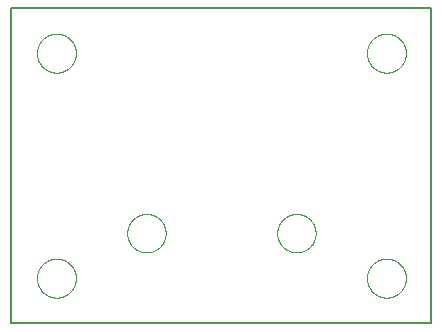
<source format=gbp>
G75*
%MOIN*%
%OFA0B0*%
%FSLAX25Y25*%
%IPPOS*%
%LPD*%
%AMOC8*
5,1,8,0,0,1.08239X$1,22.5*
%
%ADD10C,0.00600*%
%ADD11C,0.00000*%
D10*
X0001300Y0001300D02*
X0001300Y0106300D01*
X0141300Y0106300D01*
X0141300Y0001300D01*
X0001300Y0001300D01*
D11*
X0009800Y0016300D02*
X0009802Y0016461D01*
X0009808Y0016621D01*
X0009818Y0016782D01*
X0009832Y0016942D01*
X0009850Y0017102D01*
X0009871Y0017261D01*
X0009897Y0017420D01*
X0009927Y0017578D01*
X0009960Y0017735D01*
X0009998Y0017892D01*
X0010039Y0018047D01*
X0010084Y0018201D01*
X0010133Y0018354D01*
X0010186Y0018506D01*
X0010242Y0018657D01*
X0010303Y0018806D01*
X0010366Y0018954D01*
X0010434Y0019100D01*
X0010505Y0019244D01*
X0010579Y0019386D01*
X0010657Y0019527D01*
X0010739Y0019665D01*
X0010824Y0019802D01*
X0010912Y0019936D01*
X0011004Y0020068D01*
X0011099Y0020198D01*
X0011197Y0020326D01*
X0011298Y0020451D01*
X0011402Y0020573D01*
X0011509Y0020693D01*
X0011619Y0020810D01*
X0011732Y0020925D01*
X0011848Y0021036D01*
X0011967Y0021145D01*
X0012088Y0021250D01*
X0012212Y0021353D01*
X0012338Y0021453D01*
X0012466Y0021549D01*
X0012597Y0021642D01*
X0012731Y0021732D01*
X0012866Y0021819D01*
X0013004Y0021902D01*
X0013143Y0021982D01*
X0013285Y0022058D01*
X0013428Y0022131D01*
X0013573Y0022200D01*
X0013720Y0022266D01*
X0013868Y0022328D01*
X0014018Y0022386D01*
X0014169Y0022441D01*
X0014322Y0022492D01*
X0014476Y0022539D01*
X0014631Y0022582D01*
X0014787Y0022621D01*
X0014943Y0022657D01*
X0015101Y0022688D01*
X0015259Y0022716D01*
X0015418Y0022740D01*
X0015578Y0022760D01*
X0015738Y0022776D01*
X0015898Y0022788D01*
X0016059Y0022796D01*
X0016220Y0022800D01*
X0016380Y0022800D01*
X0016541Y0022796D01*
X0016702Y0022788D01*
X0016862Y0022776D01*
X0017022Y0022760D01*
X0017182Y0022740D01*
X0017341Y0022716D01*
X0017499Y0022688D01*
X0017657Y0022657D01*
X0017813Y0022621D01*
X0017969Y0022582D01*
X0018124Y0022539D01*
X0018278Y0022492D01*
X0018431Y0022441D01*
X0018582Y0022386D01*
X0018732Y0022328D01*
X0018880Y0022266D01*
X0019027Y0022200D01*
X0019172Y0022131D01*
X0019315Y0022058D01*
X0019457Y0021982D01*
X0019596Y0021902D01*
X0019734Y0021819D01*
X0019869Y0021732D01*
X0020003Y0021642D01*
X0020134Y0021549D01*
X0020262Y0021453D01*
X0020388Y0021353D01*
X0020512Y0021250D01*
X0020633Y0021145D01*
X0020752Y0021036D01*
X0020868Y0020925D01*
X0020981Y0020810D01*
X0021091Y0020693D01*
X0021198Y0020573D01*
X0021302Y0020451D01*
X0021403Y0020326D01*
X0021501Y0020198D01*
X0021596Y0020068D01*
X0021688Y0019936D01*
X0021776Y0019802D01*
X0021861Y0019665D01*
X0021943Y0019527D01*
X0022021Y0019386D01*
X0022095Y0019244D01*
X0022166Y0019100D01*
X0022234Y0018954D01*
X0022297Y0018806D01*
X0022358Y0018657D01*
X0022414Y0018506D01*
X0022467Y0018354D01*
X0022516Y0018201D01*
X0022561Y0018047D01*
X0022602Y0017892D01*
X0022640Y0017735D01*
X0022673Y0017578D01*
X0022703Y0017420D01*
X0022729Y0017261D01*
X0022750Y0017102D01*
X0022768Y0016942D01*
X0022782Y0016782D01*
X0022792Y0016621D01*
X0022798Y0016461D01*
X0022800Y0016300D01*
X0022798Y0016139D01*
X0022792Y0015979D01*
X0022782Y0015818D01*
X0022768Y0015658D01*
X0022750Y0015498D01*
X0022729Y0015339D01*
X0022703Y0015180D01*
X0022673Y0015022D01*
X0022640Y0014865D01*
X0022602Y0014708D01*
X0022561Y0014553D01*
X0022516Y0014399D01*
X0022467Y0014246D01*
X0022414Y0014094D01*
X0022358Y0013943D01*
X0022297Y0013794D01*
X0022234Y0013646D01*
X0022166Y0013500D01*
X0022095Y0013356D01*
X0022021Y0013214D01*
X0021943Y0013073D01*
X0021861Y0012935D01*
X0021776Y0012798D01*
X0021688Y0012664D01*
X0021596Y0012532D01*
X0021501Y0012402D01*
X0021403Y0012274D01*
X0021302Y0012149D01*
X0021198Y0012027D01*
X0021091Y0011907D01*
X0020981Y0011790D01*
X0020868Y0011675D01*
X0020752Y0011564D01*
X0020633Y0011455D01*
X0020512Y0011350D01*
X0020388Y0011247D01*
X0020262Y0011147D01*
X0020134Y0011051D01*
X0020003Y0010958D01*
X0019869Y0010868D01*
X0019734Y0010781D01*
X0019596Y0010698D01*
X0019457Y0010618D01*
X0019315Y0010542D01*
X0019172Y0010469D01*
X0019027Y0010400D01*
X0018880Y0010334D01*
X0018732Y0010272D01*
X0018582Y0010214D01*
X0018431Y0010159D01*
X0018278Y0010108D01*
X0018124Y0010061D01*
X0017969Y0010018D01*
X0017813Y0009979D01*
X0017657Y0009943D01*
X0017499Y0009912D01*
X0017341Y0009884D01*
X0017182Y0009860D01*
X0017022Y0009840D01*
X0016862Y0009824D01*
X0016702Y0009812D01*
X0016541Y0009804D01*
X0016380Y0009800D01*
X0016220Y0009800D01*
X0016059Y0009804D01*
X0015898Y0009812D01*
X0015738Y0009824D01*
X0015578Y0009840D01*
X0015418Y0009860D01*
X0015259Y0009884D01*
X0015101Y0009912D01*
X0014943Y0009943D01*
X0014787Y0009979D01*
X0014631Y0010018D01*
X0014476Y0010061D01*
X0014322Y0010108D01*
X0014169Y0010159D01*
X0014018Y0010214D01*
X0013868Y0010272D01*
X0013720Y0010334D01*
X0013573Y0010400D01*
X0013428Y0010469D01*
X0013285Y0010542D01*
X0013143Y0010618D01*
X0013004Y0010698D01*
X0012866Y0010781D01*
X0012731Y0010868D01*
X0012597Y0010958D01*
X0012466Y0011051D01*
X0012338Y0011147D01*
X0012212Y0011247D01*
X0012088Y0011350D01*
X0011967Y0011455D01*
X0011848Y0011564D01*
X0011732Y0011675D01*
X0011619Y0011790D01*
X0011509Y0011907D01*
X0011402Y0012027D01*
X0011298Y0012149D01*
X0011197Y0012274D01*
X0011099Y0012402D01*
X0011004Y0012532D01*
X0010912Y0012664D01*
X0010824Y0012798D01*
X0010739Y0012935D01*
X0010657Y0013073D01*
X0010579Y0013214D01*
X0010505Y0013356D01*
X0010434Y0013500D01*
X0010366Y0013646D01*
X0010303Y0013794D01*
X0010242Y0013943D01*
X0010186Y0014094D01*
X0010133Y0014246D01*
X0010084Y0014399D01*
X0010039Y0014553D01*
X0009998Y0014708D01*
X0009960Y0014865D01*
X0009927Y0015022D01*
X0009897Y0015180D01*
X0009871Y0015339D01*
X0009850Y0015498D01*
X0009832Y0015658D01*
X0009818Y0015818D01*
X0009808Y0015979D01*
X0009802Y0016139D01*
X0009800Y0016300D01*
X0039902Y0031300D02*
X0039904Y0031460D01*
X0039910Y0031619D01*
X0039920Y0031778D01*
X0039934Y0031937D01*
X0039952Y0032096D01*
X0039973Y0032254D01*
X0039999Y0032411D01*
X0040029Y0032568D01*
X0040062Y0032724D01*
X0040100Y0032879D01*
X0040141Y0033033D01*
X0040186Y0033186D01*
X0040235Y0033338D01*
X0040288Y0033488D01*
X0040344Y0033637D01*
X0040404Y0033785D01*
X0040468Y0033931D01*
X0040536Y0034076D01*
X0040607Y0034219D01*
X0040681Y0034360D01*
X0040759Y0034499D01*
X0040841Y0034636D01*
X0040926Y0034771D01*
X0041014Y0034904D01*
X0041105Y0035035D01*
X0041200Y0035163D01*
X0041298Y0035289D01*
X0041399Y0035413D01*
X0041503Y0035533D01*
X0041610Y0035652D01*
X0041720Y0035767D01*
X0041833Y0035880D01*
X0041948Y0035990D01*
X0042067Y0036097D01*
X0042187Y0036201D01*
X0042311Y0036302D01*
X0042437Y0036400D01*
X0042565Y0036495D01*
X0042696Y0036586D01*
X0042829Y0036674D01*
X0042964Y0036759D01*
X0043101Y0036841D01*
X0043240Y0036919D01*
X0043381Y0036993D01*
X0043524Y0037064D01*
X0043669Y0037132D01*
X0043815Y0037196D01*
X0043963Y0037256D01*
X0044112Y0037312D01*
X0044262Y0037365D01*
X0044414Y0037414D01*
X0044567Y0037459D01*
X0044721Y0037500D01*
X0044876Y0037538D01*
X0045032Y0037571D01*
X0045189Y0037601D01*
X0045346Y0037627D01*
X0045504Y0037648D01*
X0045663Y0037666D01*
X0045822Y0037680D01*
X0045981Y0037690D01*
X0046140Y0037696D01*
X0046300Y0037698D01*
X0046460Y0037696D01*
X0046619Y0037690D01*
X0046778Y0037680D01*
X0046937Y0037666D01*
X0047096Y0037648D01*
X0047254Y0037627D01*
X0047411Y0037601D01*
X0047568Y0037571D01*
X0047724Y0037538D01*
X0047879Y0037500D01*
X0048033Y0037459D01*
X0048186Y0037414D01*
X0048338Y0037365D01*
X0048488Y0037312D01*
X0048637Y0037256D01*
X0048785Y0037196D01*
X0048931Y0037132D01*
X0049076Y0037064D01*
X0049219Y0036993D01*
X0049360Y0036919D01*
X0049499Y0036841D01*
X0049636Y0036759D01*
X0049771Y0036674D01*
X0049904Y0036586D01*
X0050035Y0036495D01*
X0050163Y0036400D01*
X0050289Y0036302D01*
X0050413Y0036201D01*
X0050533Y0036097D01*
X0050652Y0035990D01*
X0050767Y0035880D01*
X0050880Y0035767D01*
X0050990Y0035652D01*
X0051097Y0035533D01*
X0051201Y0035413D01*
X0051302Y0035289D01*
X0051400Y0035163D01*
X0051495Y0035035D01*
X0051586Y0034904D01*
X0051674Y0034771D01*
X0051759Y0034636D01*
X0051841Y0034499D01*
X0051919Y0034360D01*
X0051993Y0034219D01*
X0052064Y0034076D01*
X0052132Y0033931D01*
X0052196Y0033785D01*
X0052256Y0033637D01*
X0052312Y0033488D01*
X0052365Y0033338D01*
X0052414Y0033186D01*
X0052459Y0033033D01*
X0052500Y0032879D01*
X0052538Y0032724D01*
X0052571Y0032568D01*
X0052601Y0032411D01*
X0052627Y0032254D01*
X0052648Y0032096D01*
X0052666Y0031937D01*
X0052680Y0031778D01*
X0052690Y0031619D01*
X0052696Y0031460D01*
X0052698Y0031300D01*
X0052696Y0031140D01*
X0052690Y0030981D01*
X0052680Y0030822D01*
X0052666Y0030663D01*
X0052648Y0030504D01*
X0052627Y0030346D01*
X0052601Y0030189D01*
X0052571Y0030032D01*
X0052538Y0029876D01*
X0052500Y0029721D01*
X0052459Y0029567D01*
X0052414Y0029414D01*
X0052365Y0029262D01*
X0052312Y0029112D01*
X0052256Y0028963D01*
X0052196Y0028815D01*
X0052132Y0028669D01*
X0052064Y0028524D01*
X0051993Y0028381D01*
X0051919Y0028240D01*
X0051841Y0028101D01*
X0051759Y0027964D01*
X0051674Y0027829D01*
X0051586Y0027696D01*
X0051495Y0027565D01*
X0051400Y0027437D01*
X0051302Y0027311D01*
X0051201Y0027187D01*
X0051097Y0027067D01*
X0050990Y0026948D01*
X0050880Y0026833D01*
X0050767Y0026720D01*
X0050652Y0026610D01*
X0050533Y0026503D01*
X0050413Y0026399D01*
X0050289Y0026298D01*
X0050163Y0026200D01*
X0050035Y0026105D01*
X0049904Y0026014D01*
X0049771Y0025926D01*
X0049636Y0025841D01*
X0049499Y0025759D01*
X0049360Y0025681D01*
X0049219Y0025607D01*
X0049076Y0025536D01*
X0048931Y0025468D01*
X0048785Y0025404D01*
X0048637Y0025344D01*
X0048488Y0025288D01*
X0048338Y0025235D01*
X0048186Y0025186D01*
X0048033Y0025141D01*
X0047879Y0025100D01*
X0047724Y0025062D01*
X0047568Y0025029D01*
X0047411Y0024999D01*
X0047254Y0024973D01*
X0047096Y0024952D01*
X0046937Y0024934D01*
X0046778Y0024920D01*
X0046619Y0024910D01*
X0046460Y0024904D01*
X0046300Y0024902D01*
X0046140Y0024904D01*
X0045981Y0024910D01*
X0045822Y0024920D01*
X0045663Y0024934D01*
X0045504Y0024952D01*
X0045346Y0024973D01*
X0045189Y0024999D01*
X0045032Y0025029D01*
X0044876Y0025062D01*
X0044721Y0025100D01*
X0044567Y0025141D01*
X0044414Y0025186D01*
X0044262Y0025235D01*
X0044112Y0025288D01*
X0043963Y0025344D01*
X0043815Y0025404D01*
X0043669Y0025468D01*
X0043524Y0025536D01*
X0043381Y0025607D01*
X0043240Y0025681D01*
X0043101Y0025759D01*
X0042964Y0025841D01*
X0042829Y0025926D01*
X0042696Y0026014D01*
X0042565Y0026105D01*
X0042437Y0026200D01*
X0042311Y0026298D01*
X0042187Y0026399D01*
X0042067Y0026503D01*
X0041948Y0026610D01*
X0041833Y0026720D01*
X0041720Y0026833D01*
X0041610Y0026948D01*
X0041503Y0027067D01*
X0041399Y0027187D01*
X0041298Y0027311D01*
X0041200Y0027437D01*
X0041105Y0027565D01*
X0041014Y0027696D01*
X0040926Y0027829D01*
X0040841Y0027964D01*
X0040759Y0028101D01*
X0040681Y0028240D01*
X0040607Y0028381D01*
X0040536Y0028524D01*
X0040468Y0028669D01*
X0040404Y0028815D01*
X0040344Y0028963D01*
X0040288Y0029112D01*
X0040235Y0029262D01*
X0040186Y0029414D01*
X0040141Y0029567D01*
X0040100Y0029721D01*
X0040062Y0029876D01*
X0040029Y0030032D01*
X0039999Y0030189D01*
X0039973Y0030346D01*
X0039952Y0030504D01*
X0039934Y0030663D01*
X0039920Y0030822D01*
X0039910Y0030981D01*
X0039904Y0031140D01*
X0039902Y0031300D01*
X0089902Y0031300D02*
X0089904Y0031460D01*
X0089910Y0031619D01*
X0089920Y0031778D01*
X0089934Y0031937D01*
X0089952Y0032096D01*
X0089973Y0032254D01*
X0089999Y0032411D01*
X0090029Y0032568D01*
X0090062Y0032724D01*
X0090100Y0032879D01*
X0090141Y0033033D01*
X0090186Y0033186D01*
X0090235Y0033338D01*
X0090288Y0033488D01*
X0090344Y0033637D01*
X0090404Y0033785D01*
X0090468Y0033931D01*
X0090536Y0034076D01*
X0090607Y0034219D01*
X0090681Y0034360D01*
X0090759Y0034499D01*
X0090841Y0034636D01*
X0090926Y0034771D01*
X0091014Y0034904D01*
X0091105Y0035035D01*
X0091200Y0035163D01*
X0091298Y0035289D01*
X0091399Y0035413D01*
X0091503Y0035533D01*
X0091610Y0035652D01*
X0091720Y0035767D01*
X0091833Y0035880D01*
X0091948Y0035990D01*
X0092067Y0036097D01*
X0092187Y0036201D01*
X0092311Y0036302D01*
X0092437Y0036400D01*
X0092565Y0036495D01*
X0092696Y0036586D01*
X0092829Y0036674D01*
X0092964Y0036759D01*
X0093101Y0036841D01*
X0093240Y0036919D01*
X0093381Y0036993D01*
X0093524Y0037064D01*
X0093669Y0037132D01*
X0093815Y0037196D01*
X0093963Y0037256D01*
X0094112Y0037312D01*
X0094262Y0037365D01*
X0094414Y0037414D01*
X0094567Y0037459D01*
X0094721Y0037500D01*
X0094876Y0037538D01*
X0095032Y0037571D01*
X0095189Y0037601D01*
X0095346Y0037627D01*
X0095504Y0037648D01*
X0095663Y0037666D01*
X0095822Y0037680D01*
X0095981Y0037690D01*
X0096140Y0037696D01*
X0096300Y0037698D01*
X0096460Y0037696D01*
X0096619Y0037690D01*
X0096778Y0037680D01*
X0096937Y0037666D01*
X0097096Y0037648D01*
X0097254Y0037627D01*
X0097411Y0037601D01*
X0097568Y0037571D01*
X0097724Y0037538D01*
X0097879Y0037500D01*
X0098033Y0037459D01*
X0098186Y0037414D01*
X0098338Y0037365D01*
X0098488Y0037312D01*
X0098637Y0037256D01*
X0098785Y0037196D01*
X0098931Y0037132D01*
X0099076Y0037064D01*
X0099219Y0036993D01*
X0099360Y0036919D01*
X0099499Y0036841D01*
X0099636Y0036759D01*
X0099771Y0036674D01*
X0099904Y0036586D01*
X0100035Y0036495D01*
X0100163Y0036400D01*
X0100289Y0036302D01*
X0100413Y0036201D01*
X0100533Y0036097D01*
X0100652Y0035990D01*
X0100767Y0035880D01*
X0100880Y0035767D01*
X0100990Y0035652D01*
X0101097Y0035533D01*
X0101201Y0035413D01*
X0101302Y0035289D01*
X0101400Y0035163D01*
X0101495Y0035035D01*
X0101586Y0034904D01*
X0101674Y0034771D01*
X0101759Y0034636D01*
X0101841Y0034499D01*
X0101919Y0034360D01*
X0101993Y0034219D01*
X0102064Y0034076D01*
X0102132Y0033931D01*
X0102196Y0033785D01*
X0102256Y0033637D01*
X0102312Y0033488D01*
X0102365Y0033338D01*
X0102414Y0033186D01*
X0102459Y0033033D01*
X0102500Y0032879D01*
X0102538Y0032724D01*
X0102571Y0032568D01*
X0102601Y0032411D01*
X0102627Y0032254D01*
X0102648Y0032096D01*
X0102666Y0031937D01*
X0102680Y0031778D01*
X0102690Y0031619D01*
X0102696Y0031460D01*
X0102698Y0031300D01*
X0102696Y0031140D01*
X0102690Y0030981D01*
X0102680Y0030822D01*
X0102666Y0030663D01*
X0102648Y0030504D01*
X0102627Y0030346D01*
X0102601Y0030189D01*
X0102571Y0030032D01*
X0102538Y0029876D01*
X0102500Y0029721D01*
X0102459Y0029567D01*
X0102414Y0029414D01*
X0102365Y0029262D01*
X0102312Y0029112D01*
X0102256Y0028963D01*
X0102196Y0028815D01*
X0102132Y0028669D01*
X0102064Y0028524D01*
X0101993Y0028381D01*
X0101919Y0028240D01*
X0101841Y0028101D01*
X0101759Y0027964D01*
X0101674Y0027829D01*
X0101586Y0027696D01*
X0101495Y0027565D01*
X0101400Y0027437D01*
X0101302Y0027311D01*
X0101201Y0027187D01*
X0101097Y0027067D01*
X0100990Y0026948D01*
X0100880Y0026833D01*
X0100767Y0026720D01*
X0100652Y0026610D01*
X0100533Y0026503D01*
X0100413Y0026399D01*
X0100289Y0026298D01*
X0100163Y0026200D01*
X0100035Y0026105D01*
X0099904Y0026014D01*
X0099771Y0025926D01*
X0099636Y0025841D01*
X0099499Y0025759D01*
X0099360Y0025681D01*
X0099219Y0025607D01*
X0099076Y0025536D01*
X0098931Y0025468D01*
X0098785Y0025404D01*
X0098637Y0025344D01*
X0098488Y0025288D01*
X0098338Y0025235D01*
X0098186Y0025186D01*
X0098033Y0025141D01*
X0097879Y0025100D01*
X0097724Y0025062D01*
X0097568Y0025029D01*
X0097411Y0024999D01*
X0097254Y0024973D01*
X0097096Y0024952D01*
X0096937Y0024934D01*
X0096778Y0024920D01*
X0096619Y0024910D01*
X0096460Y0024904D01*
X0096300Y0024902D01*
X0096140Y0024904D01*
X0095981Y0024910D01*
X0095822Y0024920D01*
X0095663Y0024934D01*
X0095504Y0024952D01*
X0095346Y0024973D01*
X0095189Y0024999D01*
X0095032Y0025029D01*
X0094876Y0025062D01*
X0094721Y0025100D01*
X0094567Y0025141D01*
X0094414Y0025186D01*
X0094262Y0025235D01*
X0094112Y0025288D01*
X0093963Y0025344D01*
X0093815Y0025404D01*
X0093669Y0025468D01*
X0093524Y0025536D01*
X0093381Y0025607D01*
X0093240Y0025681D01*
X0093101Y0025759D01*
X0092964Y0025841D01*
X0092829Y0025926D01*
X0092696Y0026014D01*
X0092565Y0026105D01*
X0092437Y0026200D01*
X0092311Y0026298D01*
X0092187Y0026399D01*
X0092067Y0026503D01*
X0091948Y0026610D01*
X0091833Y0026720D01*
X0091720Y0026833D01*
X0091610Y0026948D01*
X0091503Y0027067D01*
X0091399Y0027187D01*
X0091298Y0027311D01*
X0091200Y0027437D01*
X0091105Y0027565D01*
X0091014Y0027696D01*
X0090926Y0027829D01*
X0090841Y0027964D01*
X0090759Y0028101D01*
X0090681Y0028240D01*
X0090607Y0028381D01*
X0090536Y0028524D01*
X0090468Y0028669D01*
X0090404Y0028815D01*
X0090344Y0028963D01*
X0090288Y0029112D01*
X0090235Y0029262D01*
X0090186Y0029414D01*
X0090141Y0029567D01*
X0090100Y0029721D01*
X0090062Y0029876D01*
X0090029Y0030032D01*
X0089999Y0030189D01*
X0089973Y0030346D01*
X0089952Y0030504D01*
X0089934Y0030663D01*
X0089920Y0030822D01*
X0089910Y0030981D01*
X0089904Y0031140D01*
X0089902Y0031300D01*
X0119800Y0016300D02*
X0119802Y0016461D01*
X0119808Y0016621D01*
X0119818Y0016782D01*
X0119832Y0016942D01*
X0119850Y0017102D01*
X0119871Y0017261D01*
X0119897Y0017420D01*
X0119927Y0017578D01*
X0119960Y0017735D01*
X0119998Y0017892D01*
X0120039Y0018047D01*
X0120084Y0018201D01*
X0120133Y0018354D01*
X0120186Y0018506D01*
X0120242Y0018657D01*
X0120303Y0018806D01*
X0120366Y0018954D01*
X0120434Y0019100D01*
X0120505Y0019244D01*
X0120579Y0019386D01*
X0120657Y0019527D01*
X0120739Y0019665D01*
X0120824Y0019802D01*
X0120912Y0019936D01*
X0121004Y0020068D01*
X0121099Y0020198D01*
X0121197Y0020326D01*
X0121298Y0020451D01*
X0121402Y0020573D01*
X0121509Y0020693D01*
X0121619Y0020810D01*
X0121732Y0020925D01*
X0121848Y0021036D01*
X0121967Y0021145D01*
X0122088Y0021250D01*
X0122212Y0021353D01*
X0122338Y0021453D01*
X0122466Y0021549D01*
X0122597Y0021642D01*
X0122731Y0021732D01*
X0122866Y0021819D01*
X0123004Y0021902D01*
X0123143Y0021982D01*
X0123285Y0022058D01*
X0123428Y0022131D01*
X0123573Y0022200D01*
X0123720Y0022266D01*
X0123868Y0022328D01*
X0124018Y0022386D01*
X0124169Y0022441D01*
X0124322Y0022492D01*
X0124476Y0022539D01*
X0124631Y0022582D01*
X0124787Y0022621D01*
X0124943Y0022657D01*
X0125101Y0022688D01*
X0125259Y0022716D01*
X0125418Y0022740D01*
X0125578Y0022760D01*
X0125738Y0022776D01*
X0125898Y0022788D01*
X0126059Y0022796D01*
X0126220Y0022800D01*
X0126380Y0022800D01*
X0126541Y0022796D01*
X0126702Y0022788D01*
X0126862Y0022776D01*
X0127022Y0022760D01*
X0127182Y0022740D01*
X0127341Y0022716D01*
X0127499Y0022688D01*
X0127657Y0022657D01*
X0127813Y0022621D01*
X0127969Y0022582D01*
X0128124Y0022539D01*
X0128278Y0022492D01*
X0128431Y0022441D01*
X0128582Y0022386D01*
X0128732Y0022328D01*
X0128880Y0022266D01*
X0129027Y0022200D01*
X0129172Y0022131D01*
X0129315Y0022058D01*
X0129457Y0021982D01*
X0129596Y0021902D01*
X0129734Y0021819D01*
X0129869Y0021732D01*
X0130003Y0021642D01*
X0130134Y0021549D01*
X0130262Y0021453D01*
X0130388Y0021353D01*
X0130512Y0021250D01*
X0130633Y0021145D01*
X0130752Y0021036D01*
X0130868Y0020925D01*
X0130981Y0020810D01*
X0131091Y0020693D01*
X0131198Y0020573D01*
X0131302Y0020451D01*
X0131403Y0020326D01*
X0131501Y0020198D01*
X0131596Y0020068D01*
X0131688Y0019936D01*
X0131776Y0019802D01*
X0131861Y0019665D01*
X0131943Y0019527D01*
X0132021Y0019386D01*
X0132095Y0019244D01*
X0132166Y0019100D01*
X0132234Y0018954D01*
X0132297Y0018806D01*
X0132358Y0018657D01*
X0132414Y0018506D01*
X0132467Y0018354D01*
X0132516Y0018201D01*
X0132561Y0018047D01*
X0132602Y0017892D01*
X0132640Y0017735D01*
X0132673Y0017578D01*
X0132703Y0017420D01*
X0132729Y0017261D01*
X0132750Y0017102D01*
X0132768Y0016942D01*
X0132782Y0016782D01*
X0132792Y0016621D01*
X0132798Y0016461D01*
X0132800Y0016300D01*
X0132798Y0016139D01*
X0132792Y0015979D01*
X0132782Y0015818D01*
X0132768Y0015658D01*
X0132750Y0015498D01*
X0132729Y0015339D01*
X0132703Y0015180D01*
X0132673Y0015022D01*
X0132640Y0014865D01*
X0132602Y0014708D01*
X0132561Y0014553D01*
X0132516Y0014399D01*
X0132467Y0014246D01*
X0132414Y0014094D01*
X0132358Y0013943D01*
X0132297Y0013794D01*
X0132234Y0013646D01*
X0132166Y0013500D01*
X0132095Y0013356D01*
X0132021Y0013214D01*
X0131943Y0013073D01*
X0131861Y0012935D01*
X0131776Y0012798D01*
X0131688Y0012664D01*
X0131596Y0012532D01*
X0131501Y0012402D01*
X0131403Y0012274D01*
X0131302Y0012149D01*
X0131198Y0012027D01*
X0131091Y0011907D01*
X0130981Y0011790D01*
X0130868Y0011675D01*
X0130752Y0011564D01*
X0130633Y0011455D01*
X0130512Y0011350D01*
X0130388Y0011247D01*
X0130262Y0011147D01*
X0130134Y0011051D01*
X0130003Y0010958D01*
X0129869Y0010868D01*
X0129734Y0010781D01*
X0129596Y0010698D01*
X0129457Y0010618D01*
X0129315Y0010542D01*
X0129172Y0010469D01*
X0129027Y0010400D01*
X0128880Y0010334D01*
X0128732Y0010272D01*
X0128582Y0010214D01*
X0128431Y0010159D01*
X0128278Y0010108D01*
X0128124Y0010061D01*
X0127969Y0010018D01*
X0127813Y0009979D01*
X0127657Y0009943D01*
X0127499Y0009912D01*
X0127341Y0009884D01*
X0127182Y0009860D01*
X0127022Y0009840D01*
X0126862Y0009824D01*
X0126702Y0009812D01*
X0126541Y0009804D01*
X0126380Y0009800D01*
X0126220Y0009800D01*
X0126059Y0009804D01*
X0125898Y0009812D01*
X0125738Y0009824D01*
X0125578Y0009840D01*
X0125418Y0009860D01*
X0125259Y0009884D01*
X0125101Y0009912D01*
X0124943Y0009943D01*
X0124787Y0009979D01*
X0124631Y0010018D01*
X0124476Y0010061D01*
X0124322Y0010108D01*
X0124169Y0010159D01*
X0124018Y0010214D01*
X0123868Y0010272D01*
X0123720Y0010334D01*
X0123573Y0010400D01*
X0123428Y0010469D01*
X0123285Y0010542D01*
X0123143Y0010618D01*
X0123004Y0010698D01*
X0122866Y0010781D01*
X0122731Y0010868D01*
X0122597Y0010958D01*
X0122466Y0011051D01*
X0122338Y0011147D01*
X0122212Y0011247D01*
X0122088Y0011350D01*
X0121967Y0011455D01*
X0121848Y0011564D01*
X0121732Y0011675D01*
X0121619Y0011790D01*
X0121509Y0011907D01*
X0121402Y0012027D01*
X0121298Y0012149D01*
X0121197Y0012274D01*
X0121099Y0012402D01*
X0121004Y0012532D01*
X0120912Y0012664D01*
X0120824Y0012798D01*
X0120739Y0012935D01*
X0120657Y0013073D01*
X0120579Y0013214D01*
X0120505Y0013356D01*
X0120434Y0013500D01*
X0120366Y0013646D01*
X0120303Y0013794D01*
X0120242Y0013943D01*
X0120186Y0014094D01*
X0120133Y0014246D01*
X0120084Y0014399D01*
X0120039Y0014553D01*
X0119998Y0014708D01*
X0119960Y0014865D01*
X0119927Y0015022D01*
X0119897Y0015180D01*
X0119871Y0015339D01*
X0119850Y0015498D01*
X0119832Y0015658D01*
X0119818Y0015818D01*
X0119808Y0015979D01*
X0119802Y0016139D01*
X0119800Y0016300D01*
X0119800Y0091300D02*
X0119802Y0091461D01*
X0119808Y0091621D01*
X0119818Y0091782D01*
X0119832Y0091942D01*
X0119850Y0092102D01*
X0119871Y0092261D01*
X0119897Y0092420D01*
X0119927Y0092578D01*
X0119960Y0092735D01*
X0119998Y0092892D01*
X0120039Y0093047D01*
X0120084Y0093201D01*
X0120133Y0093354D01*
X0120186Y0093506D01*
X0120242Y0093657D01*
X0120303Y0093806D01*
X0120366Y0093954D01*
X0120434Y0094100D01*
X0120505Y0094244D01*
X0120579Y0094386D01*
X0120657Y0094527D01*
X0120739Y0094665D01*
X0120824Y0094802D01*
X0120912Y0094936D01*
X0121004Y0095068D01*
X0121099Y0095198D01*
X0121197Y0095326D01*
X0121298Y0095451D01*
X0121402Y0095573D01*
X0121509Y0095693D01*
X0121619Y0095810D01*
X0121732Y0095925D01*
X0121848Y0096036D01*
X0121967Y0096145D01*
X0122088Y0096250D01*
X0122212Y0096353D01*
X0122338Y0096453D01*
X0122466Y0096549D01*
X0122597Y0096642D01*
X0122731Y0096732D01*
X0122866Y0096819D01*
X0123004Y0096902D01*
X0123143Y0096982D01*
X0123285Y0097058D01*
X0123428Y0097131D01*
X0123573Y0097200D01*
X0123720Y0097266D01*
X0123868Y0097328D01*
X0124018Y0097386D01*
X0124169Y0097441D01*
X0124322Y0097492D01*
X0124476Y0097539D01*
X0124631Y0097582D01*
X0124787Y0097621D01*
X0124943Y0097657D01*
X0125101Y0097688D01*
X0125259Y0097716D01*
X0125418Y0097740D01*
X0125578Y0097760D01*
X0125738Y0097776D01*
X0125898Y0097788D01*
X0126059Y0097796D01*
X0126220Y0097800D01*
X0126380Y0097800D01*
X0126541Y0097796D01*
X0126702Y0097788D01*
X0126862Y0097776D01*
X0127022Y0097760D01*
X0127182Y0097740D01*
X0127341Y0097716D01*
X0127499Y0097688D01*
X0127657Y0097657D01*
X0127813Y0097621D01*
X0127969Y0097582D01*
X0128124Y0097539D01*
X0128278Y0097492D01*
X0128431Y0097441D01*
X0128582Y0097386D01*
X0128732Y0097328D01*
X0128880Y0097266D01*
X0129027Y0097200D01*
X0129172Y0097131D01*
X0129315Y0097058D01*
X0129457Y0096982D01*
X0129596Y0096902D01*
X0129734Y0096819D01*
X0129869Y0096732D01*
X0130003Y0096642D01*
X0130134Y0096549D01*
X0130262Y0096453D01*
X0130388Y0096353D01*
X0130512Y0096250D01*
X0130633Y0096145D01*
X0130752Y0096036D01*
X0130868Y0095925D01*
X0130981Y0095810D01*
X0131091Y0095693D01*
X0131198Y0095573D01*
X0131302Y0095451D01*
X0131403Y0095326D01*
X0131501Y0095198D01*
X0131596Y0095068D01*
X0131688Y0094936D01*
X0131776Y0094802D01*
X0131861Y0094665D01*
X0131943Y0094527D01*
X0132021Y0094386D01*
X0132095Y0094244D01*
X0132166Y0094100D01*
X0132234Y0093954D01*
X0132297Y0093806D01*
X0132358Y0093657D01*
X0132414Y0093506D01*
X0132467Y0093354D01*
X0132516Y0093201D01*
X0132561Y0093047D01*
X0132602Y0092892D01*
X0132640Y0092735D01*
X0132673Y0092578D01*
X0132703Y0092420D01*
X0132729Y0092261D01*
X0132750Y0092102D01*
X0132768Y0091942D01*
X0132782Y0091782D01*
X0132792Y0091621D01*
X0132798Y0091461D01*
X0132800Y0091300D01*
X0132798Y0091139D01*
X0132792Y0090979D01*
X0132782Y0090818D01*
X0132768Y0090658D01*
X0132750Y0090498D01*
X0132729Y0090339D01*
X0132703Y0090180D01*
X0132673Y0090022D01*
X0132640Y0089865D01*
X0132602Y0089708D01*
X0132561Y0089553D01*
X0132516Y0089399D01*
X0132467Y0089246D01*
X0132414Y0089094D01*
X0132358Y0088943D01*
X0132297Y0088794D01*
X0132234Y0088646D01*
X0132166Y0088500D01*
X0132095Y0088356D01*
X0132021Y0088214D01*
X0131943Y0088073D01*
X0131861Y0087935D01*
X0131776Y0087798D01*
X0131688Y0087664D01*
X0131596Y0087532D01*
X0131501Y0087402D01*
X0131403Y0087274D01*
X0131302Y0087149D01*
X0131198Y0087027D01*
X0131091Y0086907D01*
X0130981Y0086790D01*
X0130868Y0086675D01*
X0130752Y0086564D01*
X0130633Y0086455D01*
X0130512Y0086350D01*
X0130388Y0086247D01*
X0130262Y0086147D01*
X0130134Y0086051D01*
X0130003Y0085958D01*
X0129869Y0085868D01*
X0129734Y0085781D01*
X0129596Y0085698D01*
X0129457Y0085618D01*
X0129315Y0085542D01*
X0129172Y0085469D01*
X0129027Y0085400D01*
X0128880Y0085334D01*
X0128732Y0085272D01*
X0128582Y0085214D01*
X0128431Y0085159D01*
X0128278Y0085108D01*
X0128124Y0085061D01*
X0127969Y0085018D01*
X0127813Y0084979D01*
X0127657Y0084943D01*
X0127499Y0084912D01*
X0127341Y0084884D01*
X0127182Y0084860D01*
X0127022Y0084840D01*
X0126862Y0084824D01*
X0126702Y0084812D01*
X0126541Y0084804D01*
X0126380Y0084800D01*
X0126220Y0084800D01*
X0126059Y0084804D01*
X0125898Y0084812D01*
X0125738Y0084824D01*
X0125578Y0084840D01*
X0125418Y0084860D01*
X0125259Y0084884D01*
X0125101Y0084912D01*
X0124943Y0084943D01*
X0124787Y0084979D01*
X0124631Y0085018D01*
X0124476Y0085061D01*
X0124322Y0085108D01*
X0124169Y0085159D01*
X0124018Y0085214D01*
X0123868Y0085272D01*
X0123720Y0085334D01*
X0123573Y0085400D01*
X0123428Y0085469D01*
X0123285Y0085542D01*
X0123143Y0085618D01*
X0123004Y0085698D01*
X0122866Y0085781D01*
X0122731Y0085868D01*
X0122597Y0085958D01*
X0122466Y0086051D01*
X0122338Y0086147D01*
X0122212Y0086247D01*
X0122088Y0086350D01*
X0121967Y0086455D01*
X0121848Y0086564D01*
X0121732Y0086675D01*
X0121619Y0086790D01*
X0121509Y0086907D01*
X0121402Y0087027D01*
X0121298Y0087149D01*
X0121197Y0087274D01*
X0121099Y0087402D01*
X0121004Y0087532D01*
X0120912Y0087664D01*
X0120824Y0087798D01*
X0120739Y0087935D01*
X0120657Y0088073D01*
X0120579Y0088214D01*
X0120505Y0088356D01*
X0120434Y0088500D01*
X0120366Y0088646D01*
X0120303Y0088794D01*
X0120242Y0088943D01*
X0120186Y0089094D01*
X0120133Y0089246D01*
X0120084Y0089399D01*
X0120039Y0089553D01*
X0119998Y0089708D01*
X0119960Y0089865D01*
X0119927Y0090022D01*
X0119897Y0090180D01*
X0119871Y0090339D01*
X0119850Y0090498D01*
X0119832Y0090658D01*
X0119818Y0090818D01*
X0119808Y0090979D01*
X0119802Y0091139D01*
X0119800Y0091300D01*
X0009800Y0091300D02*
X0009802Y0091461D01*
X0009808Y0091621D01*
X0009818Y0091782D01*
X0009832Y0091942D01*
X0009850Y0092102D01*
X0009871Y0092261D01*
X0009897Y0092420D01*
X0009927Y0092578D01*
X0009960Y0092735D01*
X0009998Y0092892D01*
X0010039Y0093047D01*
X0010084Y0093201D01*
X0010133Y0093354D01*
X0010186Y0093506D01*
X0010242Y0093657D01*
X0010303Y0093806D01*
X0010366Y0093954D01*
X0010434Y0094100D01*
X0010505Y0094244D01*
X0010579Y0094386D01*
X0010657Y0094527D01*
X0010739Y0094665D01*
X0010824Y0094802D01*
X0010912Y0094936D01*
X0011004Y0095068D01*
X0011099Y0095198D01*
X0011197Y0095326D01*
X0011298Y0095451D01*
X0011402Y0095573D01*
X0011509Y0095693D01*
X0011619Y0095810D01*
X0011732Y0095925D01*
X0011848Y0096036D01*
X0011967Y0096145D01*
X0012088Y0096250D01*
X0012212Y0096353D01*
X0012338Y0096453D01*
X0012466Y0096549D01*
X0012597Y0096642D01*
X0012731Y0096732D01*
X0012866Y0096819D01*
X0013004Y0096902D01*
X0013143Y0096982D01*
X0013285Y0097058D01*
X0013428Y0097131D01*
X0013573Y0097200D01*
X0013720Y0097266D01*
X0013868Y0097328D01*
X0014018Y0097386D01*
X0014169Y0097441D01*
X0014322Y0097492D01*
X0014476Y0097539D01*
X0014631Y0097582D01*
X0014787Y0097621D01*
X0014943Y0097657D01*
X0015101Y0097688D01*
X0015259Y0097716D01*
X0015418Y0097740D01*
X0015578Y0097760D01*
X0015738Y0097776D01*
X0015898Y0097788D01*
X0016059Y0097796D01*
X0016220Y0097800D01*
X0016380Y0097800D01*
X0016541Y0097796D01*
X0016702Y0097788D01*
X0016862Y0097776D01*
X0017022Y0097760D01*
X0017182Y0097740D01*
X0017341Y0097716D01*
X0017499Y0097688D01*
X0017657Y0097657D01*
X0017813Y0097621D01*
X0017969Y0097582D01*
X0018124Y0097539D01*
X0018278Y0097492D01*
X0018431Y0097441D01*
X0018582Y0097386D01*
X0018732Y0097328D01*
X0018880Y0097266D01*
X0019027Y0097200D01*
X0019172Y0097131D01*
X0019315Y0097058D01*
X0019457Y0096982D01*
X0019596Y0096902D01*
X0019734Y0096819D01*
X0019869Y0096732D01*
X0020003Y0096642D01*
X0020134Y0096549D01*
X0020262Y0096453D01*
X0020388Y0096353D01*
X0020512Y0096250D01*
X0020633Y0096145D01*
X0020752Y0096036D01*
X0020868Y0095925D01*
X0020981Y0095810D01*
X0021091Y0095693D01*
X0021198Y0095573D01*
X0021302Y0095451D01*
X0021403Y0095326D01*
X0021501Y0095198D01*
X0021596Y0095068D01*
X0021688Y0094936D01*
X0021776Y0094802D01*
X0021861Y0094665D01*
X0021943Y0094527D01*
X0022021Y0094386D01*
X0022095Y0094244D01*
X0022166Y0094100D01*
X0022234Y0093954D01*
X0022297Y0093806D01*
X0022358Y0093657D01*
X0022414Y0093506D01*
X0022467Y0093354D01*
X0022516Y0093201D01*
X0022561Y0093047D01*
X0022602Y0092892D01*
X0022640Y0092735D01*
X0022673Y0092578D01*
X0022703Y0092420D01*
X0022729Y0092261D01*
X0022750Y0092102D01*
X0022768Y0091942D01*
X0022782Y0091782D01*
X0022792Y0091621D01*
X0022798Y0091461D01*
X0022800Y0091300D01*
X0022798Y0091139D01*
X0022792Y0090979D01*
X0022782Y0090818D01*
X0022768Y0090658D01*
X0022750Y0090498D01*
X0022729Y0090339D01*
X0022703Y0090180D01*
X0022673Y0090022D01*
X0022640Y0089865D01*
X0022602Y0089708D01*
X0022561Y0089553D01*
X0022516Y0089399D01*
X0022467Y0089246D01*
X0022414Y0089094D01*
X0022358Y0088943D01*
X0022297Y0088794D01*
X0022234Y0088646D01*
X0022166Y0088500D01*
X0022095Y0088356D01*
X0022021Y0088214D01*
X0021943Y0088073D01*
X0021861Y0087935D01*
X0021776Y0087798D01*
X0021688Y0087664D01*
X0021596Y0087532D01*
X0021501Y0087402D01*
X0021403Y0087274D01*
X0021302Y0087149D01*
X0021198Y0087027D01*
X0021091Y0086907D01*
X0020981Y0086790D01*
X0020868Y0086675D01*
X0020752Y0086564D01*
X0020633Y0086455D01*
X0020512Y0086350D01*
X0020388Y0086247D01*
X0020262Y0086147D01*
X0020134Y0086051D01*
X0020003Y0085958D01*
X0019869Y0085868D01*
X0019734Y0085781D01*
X0019596Y0085698D01*
X0019457Y0085618D01*
X0019315Y0085542D01*
X0019172Y0085469D01*
X0019027Y0085400D01*
X0018880Y0085334D01*
X0018732Y0085272D01*
X0018582Y0085214D01*
X0018431Y0085159D01*
X0018278Y0085108D01*
X0018124Y0085061D01*
X0017969Y0085018D01*
X0017813Y0084979D01*
X0017657Y0084943D01*
X0017499Y0084912D01*
X0017341Y0084884D01*
X0017182Y0084860D01*
X0017022Y0084840D01*
X0016862Y0084824D01*
X0016702Y0084812D01*
X0016541Y0084804D01*
X0016380Y0084800D01*
X0016220Y0084800D01*
X0016059Y0084804D01*
X0015898Y0084812D01*
X0015738Y0084824D01*
X0015578Y0084840D01*
X0015418Y0084860D01*
X0015259Y0084884D01*
X0015101Y0084912D01*
X0014943Y0084943D01*
X0014787Y0084979D01*
X0014631Y0085018D01*
X0014476Y0085061D01*
X0014322Y0085108D01*
X0014169Y0085159D01*
X0014018Y0085214D01*
X0013868Y0085272D01*
X0013720Y0085334D01*
X0013573Y0085400D01*
X0013428Y0085469D01*
X0013285Y0085542D01*
X0013143Y0085618D01*
X0013004Y0085698D01*
X0012866Y0085781D01*
X0012731Y0085868D01*
X0012597Y0085958D01*
X0012466Y0086051D01*
X0012338Y0086147D01*
X0012212Y0086247D01*
X0012088Y0086350D01*
X0011967Y0086455D01*
X0011848Y0086564D01*
X0011732Y0086675D01*
X0011619Y0086790D01*
X0011509Y0086907D01*
X0011402Y0087027D01*
X0011298Y0087149D01*
X0011197Y0087274D01*
X0011099Y0087402D01*
X0011004Y0087532D01*
X0010912Y0087664D01*
X0010824Y0087798D01*
X0010739Y0087935D01*
X0010657Y0088073D01*
X0010579Y0088214D01*
X0010505Y0088356D01*
X0010434Y0088500D01*
X0010366Y0088646D01*
X0010303Y0088794D01*
X0010242Y0088943D01*
X0010186Y0089094D01*
X0010133Y0089246D01*
X0010084Y0089399D01*
X0010039Y0089553D01*
X0009998Y0089708D01*
X0009960Y0089865D01*
X0009927Y0090022D01*
X0009897Y0090180D01*
X0009871Y0090339D01*
X0009850Y0090498D01*
X0009832Y0090658D01*
X0009818Y0090818D01*
X0009808Y0090979D01*
X0009802Y0091139D01*
X0009800Y0091300D01*
M02*

</source>
